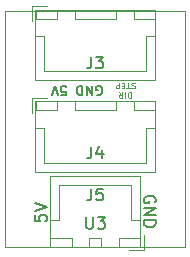
<source format=gbr>
%TF.GenerationSoftware,KiCad,Pcbnew,(6.0.0)*%
%TF.CreationDate,2022-12-15T21:07:09-05:00*%
%TF.ProjectId,Stepstick_Pixel,53746570-7374-4696-936b-5f506978656c,rev?*%
%TF.SameCoordinates,Original*%
%TF.FileFunction,Legend,Top*%
%TF.FilePolarity,Positive*%
%FSLAX46Y46*%
G04 Gerber Fmt 4.6, Leading zero omitted, Abs format (unit mm)*
G04 Created by KiCad (PCBNEW (6.0.0)) date 2022-12-15 21:07:09*
%MOMM*%
%LPD*%
G01*
G04 APERTURE LIST*
%ADD10C,0.100000*%
%ADD11C,0.150000*%
%ADD12C,0.200000*%
%ADD13C,0.120000*%
G04 APERTURE END LIST*
D10*
X136390000Y-76884309D02*
X136390000Y-77384309D01*
X136270952Y-77384309D01*
X136199523Y-77360500D01*
X136151904Y-77312880D01*
X136128095Y-77265261D01*
X136104285Y-77170023D01*
X136104285Y-77098595D01*
X136128095Y-77003357D01*
X136151904Y-76955738D01*
X136199523Y-76908119D01*
X136270952Y-76884309D01*
X136390000Y-76884309D01*
X135890000Y-76884309D02*
X135890000Y-77384309D01*
X135366190Y-76884309D02*
X135532857Y-77122404D01*
X135651904Y-76884309D02*
X135651904Y-77384309D01*
X135461428Y-77384309D01*
X135413809Y-77360500D01*
X135390000Y-77336690D01*
X135366190Y-77289071D01*
X135366190Y-77217642D01*
X135390000Y-77170023D01*
X135413809Y-77146214D01*
X135461428Y-77122404D01*
X135651904Y-77122404D01*
X136699523Y-76103119D02*
X136628095Y-76079309D01*
X136509047Y-76079309D01*
X136461428Y-76103119D01*
X136437619Y-76126928D01*
X136413809Y-76174547D01*
X136413809Y-76222166D01*
X136437619Y-76269785D01*
X136461428Y-76293595D01*
X136509047Y-76317404D01*
X136604285Y-76341214D01*
X136651904Y-76365023D01*
X136675714Y-76388833D01*
X136699523Y-76436452D01*
X136699523Y-76484071D01*
X136675714Y-76531690D01*
X136651904Y-76555500D01*
X136604285Y-76579309D01*
X136485238Y-76579309D01*
X136413809Y-76555500D01*
X136270952Y-76579309D02*
X135985238Y-76579309D01*
X136128095Y-76079309D02*
X136128095Y-76579309D01*
X135818571Y-76341214D02*
X135651904Y-76341214D01*
X135580476Y-76079309D02*
X135818571Y-76079309D01*
X135818571Y-76579309D01*
X135580476Y-76579309D01*
X135366190Y-76079309D02*
X135366190Y-76579309D01*
X135175714Y-76579309D01*
X135128095Y-76555500D01*
X135104285Y-76531690D01*
X135080476Y-76484071D01*
X135080476Y-76412642D01*
X135104285Y-76365023D01*
X135128095Y-76341214D01*
X135175714Y-76317404D01*
X135366190Y-76317404D01*
D11*
X133464095Y-77108000D02*
X133540285Y-77146095D01*
X133654571Y-77146095D01*
X133768857Y-77108000D01*
X133845047Y-77031809D01*
X133883142Y-76955619D01*
X133921238Y-76803238D01*
X133921238Y-76688952D01*
X133883142Y-76536571D01*
X133845047Y-76460380D01*
X133768857Y-76384190D01*
X133654571Y-76346095D01*
X133578380Y-76346095D01*
X133464095Y-76384190D01*
X133426000Y-76422285D01*
X133426000Y-76688952D01*
X133578380Y-76688952D01*
X133083142Y-76346095D02*
X133083142Y-77146095D01*
X132626000Y-76346095D01*
X132626000Y-77146095D01*
X132245047Y-76346095D02*
X132245047Y-77146095D01*
X132054571Y-77146095D01*
X131940285Y-77108000D01*
X131864095Y-77031809D01*
X131826000Y-76955619D01*
X131787904Y-76803238D01*
X131787904Y-76688952D01*
X131826000Y-76536571D01*
X131864095Y-76460380D01*
X131940285Y-76384190D01*
X132054571Y-76346095D01*
X132245047Y-76346095D01*
X130454571Y-77146095D02*
X130835523Y-77146095D01*
X130873619Y-76765142D01*
X130835523Y-76803238D01*
X130759333Y-76841333D01*
X130568857Y-76841333D01*
X130492666Y-76803238D01*
X130454571Y-76765142D01*
X130416476Y-76688952D01*
X130416476Y-76498476D01*
X130454571Y-76422285D01*
X130492666Y-76384190D01*
X130568857Y-76346095D01*
X130759333Y-76346095D01*
X130835523Y-76384190D01*
X130873619Y-76422285D01*
X130187904Y-77146095D02*
X129921238Y-76346095D01*
X129654571Y-77146095D01*
D12*
X138422000Y-86233095D02*
X138469619Y-86137857D01*
X138469619Y-85995000D01*
X138422000Y-85852142D01*
X138326761Y-85756904D01*
X138231523Y-85709285D01*
X138041047Y-85661666D01*
X137898190Y-85661666D01*
X137707714Y-85709285D01*
X137612476Y-85756904D01*
X137517238Y-85852142D01*
X137469619Y-85995000D01*
X137469619Y-86090238D01*
X137517238Y-86233095D01*
X137564857Y-86280714D01*
X137898190Y-86280714D01*
X137898190Y-86090238D01*
X137469619Y-86709285D02*
X138469619Y-86709285D01*
X137469619Y-87280714D01*
X138469619Y-87280714D01*
X137469619Y-87756904D02*
X138469619Y-87756904D01*
X138469619Y-87995000D01*
X138422000Y-88137857D01*
X138326761Y-88233095D01*
X138231523Y-88280714D01*
X138041047Y-88328333D01*
X137898190Y-88328333D01*
X137707714Y-88280714D01*
X137612476Y-88233095D01*
X137517238Y-88137857D01*
X137469619Y-87995000D01*
X137469619Y-87756904D01*
X128230380Y-87312476D02*
X128230380Y-87788666D01*
X128706571Y-87836285D01*
X128658952Y-87788666D01*
X128611333Y-87693428D01*
X128611333Y-87455333D01*
X128658952Y-87360095D01*
X128706571Y-87312476D01*
X128801809Y-87264857D01*
X129039904Y-87264857D01*
X129135142Y-87312476D01*
X129182761Y-87360095D01*
X129230380Y-87455333D01*
X129230380Y-87693428D01*
X129182761Y-87788666D01*
X129135142Y-87836285D01*
X128230380Y-86979142D02*
X129230380Y-86645809D01*
X128230380Y-86312476D01*
D11*
%TO.C,J4*%
X133016666Y-81494380D02*
X133016666Y-82208666D01*
X132969047Y-82351523D01*
X132873809Y-82446761D01*
X132730952Y-82494380D01*
X132635714Y-82494380D01*
X133921428Y-81827714D02*
X133921428Y-82494380D01*
X133683333Y-81446761D02*
X133445238Y-82161047D01*
X134064285Y-82161047D01*
%TO.C,U3*%
X132588095Y-87462380D02*
X132588095Y-88271904D01*
X132635714Y-88367142D01*
X132683333Y-88414761D01*
X132778571Y-88462380D01*
X132969047Y-88462380D01*
X133064285Y-88414761D01*
X133111904Y-88367142D01*
X133159523Y-88271904D01*
X133159523Y-87462380D01*
X133540476Y-87462380D02*
X134159523Y-87462380D01*
X133826190Y-87843333D01*
X133969047Y-87843333D01*
X134064285Y-87890952D01*
X134111904Y-87938571D01*
X134159523Y-88033809D01*
X134159523Y-88271904D01*
X134111904Y-88367142D01*
X134064285Y-88414761D01*
X133969047Y-88462380D01*
X133683333Y-88462380D01*
X133588095Y-88414761D01*
X133540476Y-88367142D01*
%TO.C,J5*%
X133016666Y-85050380D02*
X133016666Y-85764666D01*
X132969047Y-85907523D01*
X132873809Y-86002761D01*
X132730952Y-86050380D01*
X132635714Y-86050380D01*
X133969047Y-85050380D02*
X133492857Y-85050380D01*
X133445238Y-85526571D01*
X133492857Y-85478952D01*
X133588095Y-85431333D01*
X133826190Y-85431333D01*
X133921428Y-85478952D01*
X133969047Y-85526571D01*
X134016666Y-85621809D01*
X134016666Y-85859904D01*
X133969047Y-85955142D01*
X133921428Y-86002761D01*
X133826190Y-86050380D01*
X133588095Y-86050380D01*
X133492857Y-86002761D01*
X133445238Y-85955142D01*
%TO.C,J3*%
X133016666Y-73874380D02*
X133016666Y-74588666D01*
X132969047Y-74731523D01*
X132873809Y-74826761D01*
X132730952Y-74874380D01*
X132635714Y-74874380D01*
X133397619Y-73874380D02*
X134016666Y-73874380D01*
X133683333Y-74255333D01*
X133826190Y-74255333D01*
X133921428Y-74302952D01*
X133969047Y-74350571D01*
X134016666Y-74445809D01*
X134016666Y-74683904D01*
X133969047Y-74779142D01*
X133921428Y-74826761D01*
X133826190Y-74874380D01*
X133540476Y-74874380D01*
X133445238Y-74826761D01*
X133397619Y-74779142D01*
D13*
%TO.C,J4*%
X136600000Y-77670000D02*
X136600000Y-78420000D01*
X131600000Y-78420000D02*
X135100000Y-78420000D01*
X128000000Y-77370000D02*
X128000000Y-78620000D01*
X138400000Y-79920000D02*
X137650000Y-79920000D01*
X130100000Y-78420000D02*
X130100000Y-77670000D01*
X128300000Y-79920000D02*
X129050000Y-79920000D01*
X128290000Y-77660000D02*
X128290000Y-83630000D01*
X138400000Y-77670000D02*
X136600000Y-77670000D01*
X128290000Y-83630000D02*
X138410000Y-83630000D01*
X128300000Y-78420000D02*
X130100000Y-78420000D01*
X137650000Y-82870000D02*
X133350000Y-82870000D01*
X137650000Y-79920000D02*
X137650000Y-82870000D01*
X138410000Y-77660000D02*
X128290000Y-77660000D01*
X128300000Y-77670000D02*
X128300000Y-78420000D01*
X135100000Y-78420000D02*
X135100000Y-77670000D01*
X136600000Y-78420000D02*
X138400000Y-78420000D01*
X130100000Y-77670000D02*
X128300000Y-77670000D01*
X138400000Y-78420000D02*
X138400000Y-77670000D01*
X131600000Y-77670000D02*
X131600000Y-78420000D01*
X129050000Y-82870000D02*
X133350000Y-82870000D01*
X129250000Y-77370000D02*
X128000000Y-77370000D01*
X129050000Y-79920000D02*
X129050000Y-82870000D01*
X135100000Y-77670000D02*
X131600000Y-77670000D01*
X138410000Y-83630000D02*
X138410000Y-77660000D01*
%TO.C,U3*%
X140970001Y-70020000D02*
X125730000Y-70020000D01*
X125730000Y-70020000D02*
X125729999Y-90000000D01*
X125729999Y-90000000D02*
X140970000Y-90000000D01*
X140970000Y-90000000D02*
X140970001Y-70020000D01*
%TO.C,J5*%
X130300000Y-84770000D02*
X133350000Y-84770000D01*
X129540000Y-84010000D02*
X129540000Y-89980000D01*
X131350000Y-89220000D02*
X129550000Y-89220000D01*
X136200000Y-90270000D02*
X137450000Y-90270000D01*
X137150000Y-89970000D02*
X137150000Y-89220000D01*
X132850000Y-89970000D02*
X133850000Y-89970000D01*
X129550000Y-89970000D02*
X131350000Y-89970000D01*
X137160000Y-84010000D02*
X129540000Y-84010000D01*
X133850000Y-89220000D02*
X132850000Y-89220000D01*
X131350000Y-89970000D02*
X131350000Y-89220000D01*
X132850000Y-89220000D02*
X132850000Y-89970000D01*
X135350000Y-89220000D02*
X135350000Y-89970000D01*
X133850000Y-89970000D02*
X133850000Y-89220000D01*
X136400000Y-84770000D02*
X133350000Y-84770000D01*
X137450000Y-90270000D02*
X137450000Y-89020000D01*
X130300000Y-87720000D02*
X130300000Y-84770000D01*
X129550000Y-89220000D02*
X129550000Y-89970000D01*
X129540000Y-89980000D02*
X137160000Y-89980000D01*
X137160000Y-89980000D02*
X137160000Y-84010000D01*
X135350000Y-89970000D02*
X137150000Y-89970000D01*
X137150000Y-89220000D02*
X135350000Y-89220000D01*
X129550000Y-87720000D02*
X130300000Y-87720000D01*
X137150000Y-87720000D02*
X136400000Y-87720000D01*
X136400000Y-87720000D02*
X136400000Y-84770000D01*
%TO.C,J3*%
X136600000Y-69923000D02*
X136600000Y-70673000D01*
X138410000Y-75883000D02*
X138410000Y-69913000D01*
X128300000Y-69923000D02*
X128300000Y-70673000D01*
X129050000Y-72173000D02*
X129050000Y-75123000D01*
X131600000Y-70673000D02*
X135100000Y-70673000D01*
X138400000Y-70673000D02*
X138400000Y-69923000D01*
X137650000Y-75123000D02*
X133350000Y-75123000D01*
X128300000Y-70673000D02*
X130100000Y-70673000D01*
X138400000Y-72173000D02*
X137650000Y-72173000D01*
X136600000Y-70673000D02*
X138400000Y-70673000D01*
X138400000Y-69923000D02*
X136600000Y-69923000D01*
X135100000Y-69923000D02*
X131600000Y-69923000D01*
X131600000Y-69923000D02*
X131600000Y-70673000D01*
X128290000Y-69913000D02*
X128290000Y-75883000D01*
X130100000Y-69923000D02*
X128300000Y-69923000D01*
X129250000Y-69623000D02*
X128000000Y-69623000D01*
X130100000Y-70673000D02*
X130100000Y-69923000D01*
X128300000Y-72173000D02*
X129050000Y-72173000D01*
X128290000Y-75883000D02*
X138410000Y-75883000D01*
X129050000Y-75123000D02*
X133350000Y-75123000D01*
X138410000Y-69913000D02*
X128290000Y-69913000D01*
X128000000Y-69623000D02*
X128000000Y-70873000D01*
X137650000Y-72173000D02*
X137650000Y-75123000D01*
X135100000Y-70673000D02*
X135100000Y-69923000D01*
%TD*%
M02*

</source>
